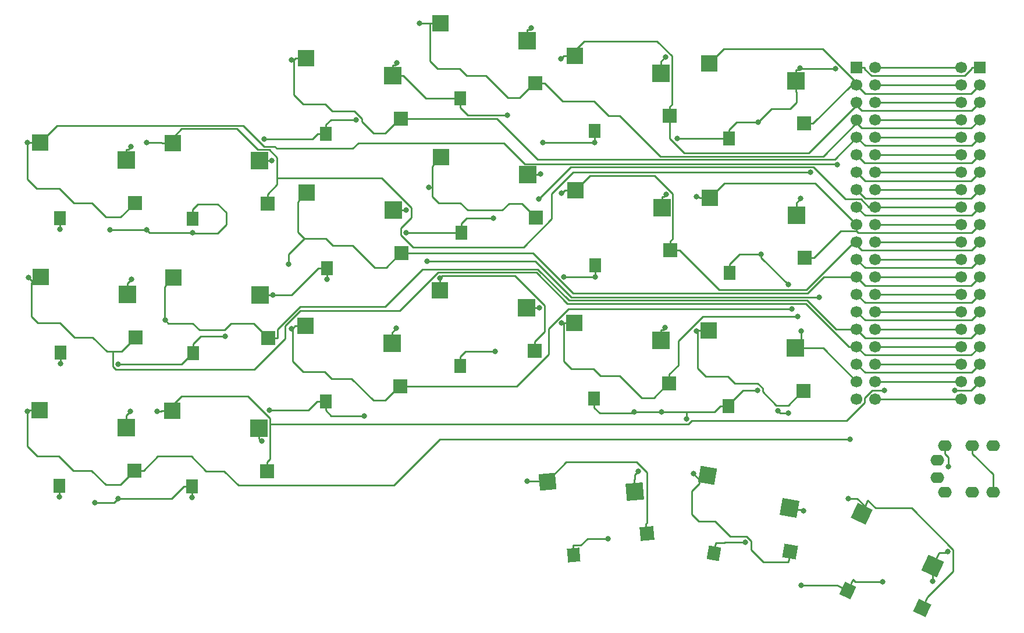
<source format=gtl>
%TF.GenerationSoftware,KiCad,Pcbnew,7.0.6*%
%TF.CreationDate,2023-08-11T19:56:51+07:00*%
%TF.ProjectId,keyboard_pcb,6b657962-6f61-4726-945f-7063622e6b69,rev1.0*%
%TF.SameCoordinates,Original*%
%TF.FileFunction,Copper,L1,Top*%
%TF.FilePolarity,Positive*%
%FSLAX46Y46*%
G04 Gerber Fmt 4.6, Leading zero omitted, Abs format (unit mm)*
G04 Created by KiCad (PCBNEW 7.0.6) date 2023-08-11 19:56:51*
%MOMM*%
%LPD*%
G01*
G04 APERTURE LIST*
G04 Aperture macros list*
%AMRotRect*
0 Rectangle, with rotation*
0 The origin of the aperture is its center*
0 $1 length*
0 $2 width*
0 $3 Rotation angle, in degrees counterclockwise*
0 Add horizontal line*
21,1,$1,$2,0,0,$3*%
G04 Aperture macros list end*
%TA.AperFunction,SMDPad,CuDef*%
%ADD10R,2.500000X2.500000*%
%TD*%
%TA.AperFunction,SMDPad,CuDef*%
%ADD11R,1.800000X2.000000*%
%TD*%
%TA.AperFunction,SMDPad,CuDef*%
%ADD12R,2.000000X2.000000*%
%TD*%
%TA.AperFunction,SMDPad,CuDef*%
%ADD13R,2.400000X2.400000*%
%TD*%
%TA.AperFunction,SMDPad,CuDef*%
%ADD14RotRect,2.400000X2.400000X350.000000*%
%TD*%
%TA.AperFunction,SMDPad,CuDef*%
%ADD15RotRect,2.000000X2.000000X350.000000*%
%TD*%
%TA.AperFunction,SMDPad,CuDef*%
%ADD16RotRect,1.800000X2.000000X350.000000*%
%TD*%
%TA.AperFunction,SMDPad,CuDef*%
%ADD17RotRect,2.500000X2.500000X350.000000*%
%TD*%
%TA.AperFunction,SMDPad,CuDef*%
%ADD18RotRect,2.400000X2.400000X335.000000*%
%TD*%
%TA.AperFunction,SMDPad,CuDef*%
%ADD19RotRect,2.000000X2.000000X335.000000*%
%TD*%
%TA.AperFunction,SMDPad,CuDef*%
%ADD20RotRect,1.800000X2.000000X335.000000*%
%TD*%
%TA.AperFunction,SMDPad,CuDef*%
%ADD21RotRect,2.500000X2.500000X335.000000*%
%TD*%
%TA.AperFunction,SMDPad,CuDef*%
%ADD22RotRect,2.400000X2.400000X5.000000*%
%TD*%
%TA.AperFunction,SMDPad,CuDef*%
%ADD23RotRect,2.000000X2.000000X5.000000*%
%TD*%
%TA.AperFunction,SMDPad,CuDef*%
%ADD24RotRect,1.800000X2.000000X5.000000*%
%TD*%
%TA.AperFunction,SMDPad,CuDef*%
%ADD25RotRect,2.500000X2.500000X5.000000*%
%TD*%
%TA.AperFunction,ComponentPad*%
%ADD26O,2.000000X1.600000*%
%TD*%
%TA.AperFunction,ComponentPad*%
%ADD27C,1.700000*%
%TD*%
%TA.AperFunction,ComponentPad*%
%ADD28R,1.700000X1.700000*%
%TD*%
%TA.AperFunction,ViaPad*%
%ADD29C,0.800000*%
%TD*%
%TA.AperFunction,Conductor*%
%ADD30C,0.250000*%
%TD*%
G04 APERTURE END LIST*
D10*
%TO.P,K03,2*%
%TO.N,GND*%
X157776000Y-43433999D03*
D11*
X148076000Y-51874000D03*
D12*
%TO.P,K03,1*%
%TO.N,/k03*%
X158976000Y-49674000D03*
D13*
X145176000Y-40894000D03*
%TD*%
D14*
%TO.P,K31,1*%
%TO.N,/k31*%
X184018729Y-106757382D03*
D15*
X196084445Y-117800339D03*
D16*
%TO.P,K31,2*%
%TO.N,GND*%
X184968014Y-118074151D03*
D17*
X195986240Y-111446760D03*
%TD*%
D18*
%TO.P,K32,1*%
%TO.N,/k32*%
X206482046Y-112267132D03*
D19*
X215278506Y-126056647D03*
D20*
%TO.P,K32,2*%
%TO.N,GND*%
X204469990Y-123443985D03*
D21*
X216828075Y-119894143D03*
%TD*%
D22*
%TO.P,K30,1*%
%TO.N,/k30*%
X160725339Y-107652619D03*
D23*
X175238053Y-115196459D03*
D24*
%TO.P,K30,2*%
%TO.N,GND*%
X164571274Y-118338085D03*
D25*
X173498768Y-109084790D03*
%TD*%
D10*
%TO.P,K25,2*%
%TO.N,GND*%
X196830000Y-88203999D03*
D11*
X187130000Y-96644000D03*
D12*
%TO.P,K25,1*%
%TO.N,/k25*%
X198030000Y-94444000D03*
D13*
X184230000Y-85664000D03*
%TD*%
D10*
%TO.P,K24,2*%
%TO.N,GND*%
X177254000Y-87103999D03*
D11*
X167554000Y-95544000D03*
D12*
%TO.P,K24,1*%
%TO.N,/k24*%
X178454000Y-93344000D03*
D13*
X164654000Y-84564000D03*
%TD*%
D10*
%TO.P,K23,2*%
%TO.N,GND*%
X157730000Y-82357999D03*
D11*
X148030000Y-90798000D03*
D12*
%TO.P,K23,1*%
%TO.N,/k23*%
X158930000Y-88598000D03*
D13*
X145130000Y-79818000D03*
%TD*%
D10*
%TO.P,K22,2*%
%TO.N,GND*%
X138166000Y-87513999D03*
D11*
X128466000Y-95954000D03*
D12*
%TO.P,K22,1*%
%TO.N,/k22*%
X139366000Y-93754000D03*
D13*
X125566000Y-84974000D03*
%TD*%
D10*
%TO.P,K21,2*%
%TO.N,GND*%
X118767000Y-99849999D03*
D11*
X109067000Y-108290000D03*
D12*
%TO.P,K21,1*%
%TO.N,/k21*%
X119967000Y-106090000D03*
D13*
X106167000Y-97310000D03*
%TD*%
D10*
%TO.P,K20,2*%
%TO.N,GND*%
X99457000Y-99773999D03*
D11*
X89757000Y-108214000D03*
D12*
%TO.P,K20,1*%
%TO.N,/k20*%
X100657000Y-106014000D03*
D13*
X86857000Y-97234000D03*
%TD*%
%TO.P,K15,1*%
%TO.N,/k15*%
X184404000Y-66294000D03*
D12*
X198204000Y-75074000D03*
D11*
%TO.P,K15,2*%
%TO.N,GND*%
X187304000Y-77274000D03*
D10*
X197004000Y-68833999D03*
%TD*%
D13*
%TO.P,K14,1*%
%TO.N,/k14*%
X164828000Y-65194000D03*
D12*
X178628000Y-73974000D03*
D11*
%TO.P,K14,2*%
%TO.N,GND*%
X167728000Y-76174000D03*
D10*
X177428000Y-67733999D03*
%TD*%
D13*
%TO.P,K13,1*%
%TO.N,/k13*%
X145304000Y-60448000D03*
D12*
X159104000Y-69228000D03*
D11*
%TO.P,K13,2*%
%TO.N,GND*%
X148204000Y-71428000D03*
D10*
X157904000Y-62987999D03*
%TD*%
D13*
%TO.P,K12,1*%
%TO.N,/k12*%
X125740000Y-65604000D03*
D12*
X139540000Y-74384000D03*
D11*
%TO.P,K12,2*%
%TO.N,GND*%
X128640000Y-76584000D03*
D10*
X138340000Y-68143999D03*
%TD*%
D13*
%TO.P,K11,1*%
%TO.N,/k11*%
X106341000Y-77940000D03*
D12*
X120141000Y-86720000D03*
D11*
%TO.P,K11,2*%
%TO.N,GND*%
X109241000Y-88920000D03*
D10*
X118941000Y-80479999D03*
%TD*%
D13*
%TO.P,K10,1*%
%TO.N,/k10*%
X87031000Y-77864000D03*
D12*
X100831000Y-86644000D03*
D11*
%TO.P,K10,2*%
%TO.N,GND*%
X89931000Y-88844000D03*
D10*
X99631000Y-80403999D03*
%TD*%
%TO.P,K05,2*%
%TO.N,GND*%
X196876000Y-49279999D03*
D11*
X187176000Y-57720000D03*
D12*
%TO.P,K05,1*%
%TO.N,/k05*%
X198076000Y-55520000D03*
D13*
X184276000Y-46740000D03*
%TD*%
D10*
%TO.P,K04,2*%
%TO.N,GND*%
X177300000Y-48179999D03*
D11*
X167600000Y-56620000D03*
D12*
%TO.P,K04,1*%
%TO.N,/k04*%
X178500000Y-54420000D03*
D13*
X164700000Y-45640000D03*
%TD*%
D10*
%TO.P,K02,2*%
%TO.N,GND*%
X138212000Y-48589999D03*
D11*
X128512000Y-57030000D03*
D12*
%TO.P,K02,1*%
%TO.N,/k02*%
X139412000Y-54830000D03*
D13*
X125612000Y-46050000D03*
%TD*%
D10*
%TO.P,K01,2*%
%TO.N,GND*%
X118813000Y-60925999D03*
D11*
X109113000Y-69366000D03*
D12*
%TO.P,K01,1*%
%TO.N,/k01*%
X120013000Y-67166000D03*
D13*
X106213000Y-58386000D03*
%TD*%
D10*
%TO.P,K00,2*%
%TO.N,GND*%
X99503000Y-60849999D03*
D11*
X89803000Y-69290000D03*
D12*
%TO.P,K00,1*%
%TO.N,/k00*%
X100703000Y-67090000D03*
D13*
X86903000Y-58310000D03*
%TD*%
D26*
%TO.P,J1,4,RING2*%
%TO.N,/TX*%
X225580000Y-102444000D03*
X222580000Y-109144000D03*
%TO.P,J1,3,RING1*%
%TO.N,/RX*%
X222580000Y-102444000D03*
X225580000Y-109144000D03*
%TO.P,J1,2,TIP*%
%TO.N,GND*%
X218580000Y-102444000D03*
X218580000Y-109144000D03*
%TO.P,J1,1,SLEEVE*%
%TO.N,+3V3*%
X217480000Y-107044000D03*
X217480000Y-104544000D03*
%TD*%
D27*
%TO.P,U1,40,5V*%
%TO.N,unconnected-(U1-5V-Pad40)*%
X221000000Y-47380000D03*
X208420000Y-47360000D03*
%TO.P,U1,39,GND*%
%TO.N,GND*%
X221000000Y-49920000D03*
X208420000Y-49900000D03*
%TO.P,U1,38,3V3*%
%TO.N,+3V3*%
X221000000Y-52460000D03*
X208420000Y-52440000D03*
%TO.P,U1,37,PB10*%
%TO.N,/k01*%
X208420000Y-54980000D03*
X221000000Y-55000000D03*
%TO.P,U1,36,PB2*%
%TO.N,unconnected-(U1-PB2-Pad36)*%
X221000000Y-57540000D03*
X208420000Y-57520000D03*
%TO.P,U1,35,PB1*%
%TO.N,/k00*%
X208420000Y-60060000D03*
X221000000Y-60080000D03*
%TO.P,U1,34,PB0*%
%TO.N,/k25*%
X208420000Y-62600000D03*
X221000000Y-62620000D03*
%TO.P,U1,33,PA7*%
%TO.N,/k24*%
X221000000Y-65160000D03*
X208420000Y-65140000D03*
%TO.P,U1,32,PA6*%
%TO.N,/k23*%
X221000000Y-67700000D03*
X208420000Y-67680000D03*
%TO.P,U1,31,PA5*%
%TO.N,/k22*%
X208420000Y-70220000D03*
X221000000Y-70240000D03*
%TO.P,U1,30,PA4*%
%TO.N,/k21*%
X221000000Y-72780000D03*
X208420000Y-72760000D03*
%TO.P,U1,29,PA3*%
%TO.N,/k20*%
X221000000Y-75320000D03*
X208420000Y-75300000D03*
%TO.P,U1,28,PA2*%
%TO.N,/k30*%
X208420000Y-77840000D03*
X221000000Y-77860000D03*
%TO.P,U1,27,PA1*%
%TO.N,/k31*%
X208420000Y-80380000D03*
X221000000Y-80400000D03*
%TO.P,U1,26,PA0*%
%TO.N,/k32*%
X208420000Y-82920000D03*
X221000000Y-82940000D03*
%TO.P,U1,25,RES*%
%TO.N,unconnected-(U1-RES-Pad25)*%
X208420000Y-85460000D03*
X221000000Y-85480000D03*
%TO.P,U1,24,PC15*%
%TO.N,unconnected-(U1-PC15-Pad24)*%
X208420000Y-88000000D03*
X221000000Y-88020000D03*
%TO.P,U1,23,PC14*%
%TO.N,unconnected-(U1-PC14-Pad23)*%
X221000000Y-90560000D03*
X208420000Y-90540000D03*
%TO.P,U1,22,PC13*%
%TO.N,unconnected-(U1-PC13-Pad22)*%
X221000000Y-93100000D03*
X208420000Y-93080000D03*
%TO.P,U1,21,VBat*%
%TO.N,unconnected-(U1-VBat-Pad21)*%
X208420000Y-95620000D03*
X221000000Y-95640000D03*
%TO.P,U1,20,3V3*%
%TO.N,+3V3*%
X205760000Y-95640000D03*
X223660000Y-95620000D03*
%TO.P,U1,19,GND*%
%TO.N,GND*%
X205760000Y-93100000D03*
X223660000Y-93080000D03*
%TO.P,U1,18,5V*%
%TO.N,unconnected-(U1-5V-Pad18)*%
X223660000Y-90540000D03*
X205760000Y-90560000D03*
%TO.P,U1,17,PB9*%
%TO.N,/k10*%
X205760000Y-88020000D03*
X223660000Y-88000000D03*
%TO.P,U1,16,PB8*%
%TO.N,/k11*%
X205760000Y-85480000D03*
X223660000Y-85460000D03*
%TO.P,U1,15,PB7*%
%TO.N,/RX*%
X223660000Y-82920000D03*
X205760000Y-82940000D03*
%TO.P,U1,14,PB6*%
%TO.N,/TX*%
X223660000Y-80380000D03*
X205760000Y-80400000D03*
%TO.P,U1,13,PB5*%
%TO.N,/k12*%
X205760000Y-77860000D03*
X223660000Y-77840000D03*
%TO.P,U1,12,PB4*%
%TO.N,/k13*%
X223660000Y-75300000D03*
X205760000Y-75320000D03*
%TO.P,U1,11,PB3*%
%TO.N,/k14*%
X223660000Y-72760000D03*
X205760000Y-72780000D03*
%TO.P,U1,10,PA15*%
%TO.N,/k15*%
X205760000Y-70240000D03*
X223660000Y-70220000D03*
%TO.P,U1,9,PA12*%
%TO.N,unconnected-(U1-PA12-Pad9)*%
X223660000Y-67680000D03*
X205760000Y-67700000D03*
%TO.P,U1,8,PA11*%
%TO.N,unconnected-(U1-PA11-Pad8)*%
X205760000Y-65160000D03*
X223660000Y-65140000D03*
%TO.P,U1,7,PA10*%
%TO.N,unconnected-(U1-PA10-Pad7)*%
X205760000Y-62620000D03*
X223660000Y-62600000D03*
%TO.P,U1,6,PA9*%
%TO.N,unconnected-(U1-PA9-Pad6)*%
X205760000Y-60080000D03*
X223660000Y-60060000D03*
%TO.P,U1,5,PA8*%
%TO.N,/k02*%
X223660000Y-57520000D03*
X205760000Y-57540000D03*
%TO.P,U1,4,PB15*%
%TO.N,/k03*%
X205760000Y-55000000D03*
X223660000Y-54980000D03*
%TO.P,U1,3,PB14*%
%TO.N,/k04*%
X223660000Y-52440000D03*
X205760000Y-52460000D03*
%TO.P,U1,2,PB13*%
%TO.N,/k05*%
X205760000Y-49920000D03*
X223660000Y-49900000D03*
D28*
%TO.P,U1,1,PB12*%
%TO.N,unconnected-(U1-PB12-Pad1)*%
X223660000Y-47360000D03*
X205760000Y-47380000D03*
%TD*%
D29*
%TO.N,/k32*%
X204512000Y-110086000D03*
%TO.N,/k31*%
X181988000Y-106494000D03*
%TO.N,/k30*%
X157760000Y-107598000D03*
%TO.N,/k25*%
X182419000Y-85760300D03*
%TO.N,/k24*%
X162826000Y-84564000D03*
X197157000Y-83587100D03*
%TO.N,/k23*%
X145092000Y-78005100D03*
X159484000Y-66529300D03*
%TO.N,/k22*%
X123476000Y-85364100D03*
X196292000Y-82485600D03*
%TO.N,/k21*%
X103923000Y-97422100D03*
X209783000Y-94350000D03*
%TO.N,/k20*%
X85039800Y-97384100D03*
X204800000Y-101494000D03*
%TO.N,/k15*%
X182455000Y-66207300D03*
%TO.N,/k14*%
X162813000Y-65657300D03*
%TO.N,/k13*%
X143512000Y-64842800D03*
X200275000Y-80805200D03*
X143261000Y-75559900D03*
%TO.N,/k12*%
X123088000Y-75997400D03*
%TO.N,/k11*%
X105125000Y-84155500D03*
%TO.N,/k10*%
X85210100Y-77965700D03*
%TO.N,/k04*%
X162749000Y-46063600D03*
%TO.N,/k03*%
X142114000Y-40894000D03*
%TO.N,/k02*%
X123499000Y-46268600D03*
%TO.N,/k01*%
X102399000Y-58260100D03*
X199062000Y-62623100D03*
%TO.N,/k00*%
X85084200Y-58310000D03*
X202901000Y-61480900D03*
%TO.N,GND*%
X220054000Y-94319000D03*
X219121000Y-105481000D03*
X100252000Y-78164700D03*
X89931000Y-90471600D03*
X120798000Y-80480000D03*
X113877000Y-86502800D03*
X140193000Y-68144000D03*
X159786000Y-62896300D03*
X152890000Y-69305200D03*
X178034000Y-65844700D03*
X167728000Y-77814900D03*
X197631000Y-66438700D03*
X191850000Y-74578400D03*
X174000000Y-106142000D03*
X169601000Y-115922000D03*
X219026000Y-117841000D03*
X209541000Y-122204000D03*
X198044000Y-111846000D03*
X189527000Y-116484000D03*
X89803000Y-70904500D03*
X97102700Y-70989600D03*
X100135000Y-58920700D03*
X102427000Y-70989600D03*
X109113000Y-71419900D03*
X128640000Y-78192000D03*
X120671000Y-60926000D03*
X119489000Y-57782700D03*
X132876000Y-54951700D03*
X138853000Y-46709000D03*
X167600000Y-58258500D03*
X160065000Y-58258500D03*
X177910000Y-45813700D03*
X179603000Y-57720000D03*
X191420000Y-55314300D03*
X197486000Y-47424400D03*
X89757000Y-109823000D03*
X94858000Y-110676000D03*
X100065000Y-97384100D03*
X98257000Y-90583500D03*
X109067000Y-109898000D03*
X98247400Y-110085000D03*
X119173000Y-101761000D03*
X134092000Y-98048100D03*
X120255000Y-97233200D03*
X138785000Y-85319100D03*
X140193000Y-71456000D03*
X153144000Y-88670600D03*
X159594000Y-82358000D03*
X173419000Y-97513600D03*
X177895000Y-85240600D03*
X163119000Y-77814900D03*
X191351000Y-94363200D03*
X197690000Y-85739400D03*
X195803000Y-78989200D03*
X154953000Y-54323800D03*
X158396000Y-41575200D03*
X216828000Y-122167000D03*
X202676000Y-47543800D03*
X177366000Y-97513600D03*
X180984000Y-98518700D03*
X197703000Y-122721000D03*
X195780000Y-97640300D03*
X194303000Y-97325700D03*
%TD*%
D30*
%TO.N,unconnected-(U1-5V-Pad40)*%
X220980000Y-47360000D02*
X221000000Y-47380000D01*
X208420000Y-47360000D02*
X220980000Y-47360000D01*
%TO.N,unconnected-(U1-PB2-Pad36)*%
X220980000Y-57520000D02*
X221000000Y-57540000D01*
X208420000Y-57520000D02*
X220980000Y-57520000D01*
%TO.N,unconnected-(U1-RES-Pad25)*%
X208440000Y-85480000D02*
X208420000Y-85460000D01*
X221000000Y-85480000D02*
X208440000Y-85480000D01*
%TO.N,unconnected-(U1-PC15-Pad24)*%
X208440000Y-88020000D02*
X208420000Y-88000000D01*
X221000000Y-88020000D02*
X208440000Y-88020000D01*
%TO.N,unconnected-(U1-PC14-Pad23)*%
X220980000Y-90540000D02*
X221000000Y-90560000D01*
X208420000Y-90540000D02*
X220980000Y-90540000D01*
%TO.N,unconnected-(U1-PC13-Pad22)*%
X220980000Y-93080000D02*
X221000000Y-93100000D01*
X208420000Y-93080000D02*
X220980000Y-93080000D01*
%TO.N,unconnected-(U1-VBat-Pad21)*%
X208440000Y-95640000D02*
X208420000Y-95620000D01*
X221000000Y-95640000D02*
X208440000Y-95640000D01*
%TO.N,unconnected-(U1-5V-Pad18)*%
X222449400Y-91750600D02*
X223660000Y-90540000D01*
X206950600Y-91750600D02*
X222449400Y-91750600D01*
X205760000Y-90560000D02*
X206950600Y-91750600D01*
%TO.N,unconnected-(U1-PA12-Pad9)*%
X222449000Y-68890600D02*
X223660000Y-67680000D01*
X206951000Y-68890600D02*
X222449000Y-68890600D01*
X205760000Y-67700000D02*
X206951000Y-68890600D01*
%TO.N,unconnected-(U1-PA11-Pad8)*%
X207010000Y-66410000D02*
X205760000Y-65160000D01*
X222390000Y-66410000D02*
X207010000Y-66410000D01*
X223660000Y-65140000D02*
X222390000Y-66410000D01*
%TO.N,unconnected-(U1-PA10-Pad7)*%
X207010000Y-63870000D02*
X205760000Y-62620000D01*
X222390000Y-63870000D02*
X207010000Y-63870000D01*
X223660000Y-62600000D02*
X222390000Y-63870000D01*
%TO.N,unconnected-(U1-PA9-Pad6)*%
X222456000Y-61264000D02*
X223660000Y-60060000D01*
X206944000Y-61264000D02*
X222456000Y-61264000D01*
X205760000Y-60080000D02*
X206944000Y-61264000D01*
%TO.N,unconnected-(U1-PB12-Pad1)*%
X206937000Y-47380000D02*
X205760000Y-47380000D01*
X206937000Y-47600700D02*
X206937000Y-47380000D01*
X207907000Y-48570600D02*
X206937000Y-47600700D01*
X221493000Y-48570600D02*
X207907000Y-48570600D01*
X222483000Y-47580700D02*
X221493000Y-48570600D01*
X222483000Y-47360000D02*
X222483000Y-47580700D01*
X223660000Y-47360000D02*
X222483000Y-47360000D01*
%TO.N,/k32*%
X208440000Y-82940000D02*
X208420000Y-82920000D01*
X221000000Y-82940000D02*
X208440000Y-82940000D01*
X205821000Y-110086000D02*
X206966000Y-111230000D01*
X204512000Y-110086000D02*
X205821000Y-110086000D01*
X206482000Y-112267000D02*
X206966000Y-111230000D01*
X206482000Y-112267000D02*
X206482000Y-112267100D01*
X215278300Y-126056600D02*
X215278200Y-126056500D01*
X215278500Y-126056600D02*
X215278300Y-126056600D01*
X216043000Y-124416000D02*
X215278200Y-126056500D01*
X219782000Y-120678000D02*
X216043000Y-124416000D01*
X219782000Y-117522000D02*
X219782000Y-120678000D01*
X213758000Y-111498000D02*
X219782000Y-117522000D01*
X208481000Y-111498000D02*
X213758000Y-111498000D01*
X207362000Y-110380000D02*
X208481000Y-111498000D01*
X206966000Y-111230000D02*
X207362000Y-110380000D01*
X215278200Y-126056500D02*
X215278000Y-126057000D01*
%TO.N,/k31*%
X208440000Y-80400000D02*
X208420000Y-80380000D01*
X221000000Y-80400000D02*
X208440000Y-80400000D01*
X182899000Y-107404000D02*
X181988000Y-106494000D01*
X196084100Y-117800300D02*
X196084000Y-117800200D01*
X196084400Y-117800300D02*
X196084100Y-117800300D01*
X196084000Y-117800000D02*
X196084000Y-117800200D01*
X182899000Y-107878000D02*
X182899000Y-107404000D01*
X181778000Y-108998000D02*
X182899000Y-107878000D01*
X181778000Y-112412000D02*
X181778000Y-108998000D01*
X182751000Y-113385000D02*
X181778000Y-112412000D01*
X185110000Y-113385000D02*
X182751000Y-113385000D01*
X187306000Y-115582000D02*
X185110000Y-113385000D01*
X189706000Y-115582000D02*
X187306000Y-115582000D01*
X190382000Y-116257000D02*
X189706000Y-115582000D01*
X190382000Y-117550000D02*
X190382000Y-116257000D01*
X192178000Y-119347000D02*
X190382000Y-117550000D01*
X194538000Y-119347000D02*
X192178000Y-119347000D01*
X194547000Y-119338000D02*
X194538000Y-119347000D01*
X195813000Y-119338000D02*
X194547000Y-119338000D01*
X196084000Y-117800200D02*
X195813000Y-119338000D01*
X184018700Y-106757400D02*
X184018700Y-106757300D01*
X183372000Y-107404000D02*
X184018700Y-106757300D01*
X182899000Y-107404000D02*
X183372000Y-107404000D01*
X184018700Y-106757300D02*
X184019000Y-106757000D01*
%TO.N,/k30*%
X208440000Y-77860000D02*
X208420000Y-77840000D01*
X221000000Y-77860000D02*
X208440000Y-77860000D01*
X160725000Y-107598000D02*
X157760000Y-107598000D01*
X175112000Y-113759000D02*
X175238000Y-115196000D01*
X175238000Y-113633000D02*
X175112000Y-113759000D01*
X175238000Y-106271000D02*
X175238000Y-113633000D01*
X173758000Y-104791000D02*
X175238000Y-106271000D01*
X163478000Y-104791000D02*
X173758000Y-104791000D01*
X160725000Y-107544000D02*
X163478000Y-104791000D01*
X160725000Y-107598000D02*
X160725000Y-107544000D01*
X160725000Y-107598000D02*
X160725000Y-107625500D01*
X160725000Y-107625500D02*
X160725000Y-107653000D01*
X160725300Y-107625800D02*
X160725300Y-107652600D01*
X160725000Y-107625500D02*
X160725300Y-107625800D01*
X175238000Y-115196400D02*
X175238000Y-115196000D01*
X175238100Y-115196500D02*
X175238000Y-115196400D01*
%TO.N,/k25*%
X208440000Y-62620000D02*
X208420000Y-62600000D01*
X221000000Y-62620000D02*
X208440000Y-62620000D01*
X182607000Y-91103100D02*
X182607000Y-85760300D01*
X183823000Y-92319100D02*
X182607000Y-91103100D01*
X187027000Y-92319100D02*
X183823000Y-92319100D01*
X188029000Y-93321000D02*
X187027000Y-92319100D01*
X191336000Y-93321000D02*
X188029000Y-93321000D01*
X192078000Y-94062100D02*
X191336000Y-93321000D01*
X192078000Y-94528600D02*
X192078000Y-94062100D01*
X194070000Y-96520900D02*
X192078000Y-94528600D01*
X195790000Y-96520900D02*
X194070000Y-96520900D01*
X197867000Y-94444100D02*
X195790000Y-96520900D01*
X197867000Y-94444000D02*
X197867000Y-94444100D01*
X198030000Y-94444000D02*
X197867000Y-94444000D01*
X182703000Y-85664000D02*
X182607000Y-85760300D01*
X184230000Y-85664000D02*
X182703000Y-85664000D01*
X182607000Y-85760300D02*
X182419000Y-85760300D01*
%TO.N,/k24*%
X220980000Y-65140000D02*
X221000000Y-65160000D01*
X208420000Y-65140000D02*
X220980000Y-65140000D01*
X163127000Y-84564000D02*
X162826000Y-84564000D01*
X163127000Y-90096200D02*
X163127000Y-84564000D01*
X164250000Y-91219100D02*
X163127000Y-90096200D01*
X167451000Y-91219100D02*
X164250000Y-91219100D01*
X168453000Y-92220900D02*
X167451000Y-91219100D01*
X171294000Y-92220900D02*
X168453000Y-92220900D01*
X171294000Y-92221000D02*
X171294000Y-92220900D01*
X174494000Y-95420900D02*
X171294000Y-92221000D01*
X176214000Y-95420900D02*
X174494000Y-95420900D01*
X178291000Y-93344100D02*
X176214000Y-95420900D01*
X178291000Y-93344000D02*
X178291000Y-93344100D01*
X178454000Y-93344000D02*
X178291000Y-93344000D01*
X164654000Y-84564000D02*
X163127000Y-84564000D01*
X183394000Y-83587100D02*
X197157000Y-83587100D01*
X179781000Y-87199800D02*
X183394000Y-83587100D01*
X179781000Y-90690200D02*
X179781000Y-87199800D01*
X178454000Y-92017100D02*
X179781000Y-90690200D01*
X178454000Y-93344000D02*
X178454000Y-92017100D01*
%TO.N,/k23*%
X220980000Y-67680000D02*
X221000000Y-67700000D01*
X208420000Y-67680000D02*
X220980000Y-67680000D01*
X145130000Y-78042600D02*
X145092000Y-78005100D01*
X145130000Y-79818000D02*
X145130000Y-78042600D01*
X158930000Y-87271100D02*
X158930000Y-88598000D01*
X160358000Y-85842800D02*
X158930000Y-87271100D01*
X160358000Y-82017900D02*
X160358000Y-85842800D01*
X156005000Y-77664300D02*
X160358000Y-82017900D01*
X145433000Y-77664300D02*
X156005000Y-77664300D01*
X145092000Y-78005100D02*
X145433000Y-77664300D01*
X207523000Y-67680000D02*
X208420000Y-67680000D01*
X206366000Y-66523100D02*
X207523000Y-67680000D01*
X204070000Y-66523100D02*
X206366000Y-66523100D01*
X199426000Y-61878800D02*
X204070000Y-66523100D01*
X164135000Y-61878800D02*
X199426000Y-61878800D01*
X159484000Y-66529300D02*
X164135000Y-61878800D01*
%TO.N,/k22*%
X208440000Y-70240000D02*
X208420000Y-70220000D01*
X221000000Y-70240000D02*
X208440000Y-70240000D01*
X139203000Y-93754000D02*
X139366000Y-93754000D01*
X139203000Y-93754100D02*
X139203000Y-93754000D01*
X137126000Y-95830900D02*
X139203000Y-93754100D01*
X135406000Y-95830900D02*
X137126000Y-95830900D01*
X132206000Y-92631000D02*
X135406000Y-95830900D01*
X132206000Y-92630900D02*
X132206000Y-92631000D01*
X129365000Y-92630900D02*
X132206000Y-92630900D01*
X128363000Y-91629100D02*
X129365000Y-92630900D01*
X125161000Y-91629100D02*
X128363000Y-91629100D01*
X123649000Y-90117400D02*
X125161000Y-91629100D01*
X123649000Y-85364100D02*
X123649000Y-90117400D01*
X163804000Y-82485600D02*
X196292000Y-82485600D01*
X160898000Y-85392200D02*
X163804000Y-82485600D01*
X160898000Y-89132100D02*
X160898000Y-85392200D01*
X156276000Y-93754000D02*
X160898000Y-89132100D01*
X139366000Y-93754000D02*
X156276000Y-93754000D01*
X123476000Y-85364100D02*
X123649000Y-85364100D01*
X124039000Y-84974000D02*
X125566000Y-84974000D01*
X123649000Y-85364100D02*
X124039000Y-84974000D01*
%TO.N,/k21*%
X220980000Y-72760000D02*
X221000000Y-72780000D01*
X208420000Y-72760000D02*
X220980000Y-72760000D01*
X104640000Y-97310000D02*
X105404000Y-97310000D01*
X104528000Y-97422100D02*
X104640000Y-97310000D01*
X103923000Y-97422100D02*
X104528000Y-97422100D01*
X208024000Y-94350000D02*
X209783000Y-94350000D01*
X206937000Y-95437000D02*
X208024000Y-94350000D01*
X206937000Y-96139200D02*
X206937000Y-95437000D01*
X204301000Y-98775300D02*
X206937000Y-96139200D01*
X181756000Y-98775300D02*
X204301000Y-98775300D01*
X181756000Y-98775400D02*
X181756000Y-98775300D01*
X181286000Y-99245600D02*
X181756000Y-98775400D01*
X120346000Y-99245600D02*
X181286000Y-99245600D01*
X120346000Y-98418200D02*
X120346000Y-99245600D01*
X117154000Y-95225200D02*
X120346000Y-98418200D01*
X107488000Y-95225200D02*
X117154000Y-95225200D01*
X105404000Y-97310000D02*
X107488000Y-95225200D01*
X119967000Y-104763000D02*
X119967000Y-106090000D01*
X120346000Y-104384000D02*
X119967000Y-104763000D01*
X120346000Y-99245600D02*
X120346000Y-104384000D01*
X106167000Y-97310000D02*
X105404000Y-97310000D01*
%TO.N,/k20*%
X220980000Y-75300000D02*
X221000000Y-75320000D01*
X208420000Y-75300000D02*
X220980000Y-75300000D01*
X85330100Y-97234000D02*
X86857000Y-97234000D01*
X85180000Y-97384100D02*
X85330100Y-97234000D01*
X85039800Y-97384100D02*
X85180000Y-97384100D01*
X98576600Y-108094000D02*
X100657000Y-106014000D01*
X96471000Y-108094000D02*
X98576600Y-108094000D01*
X94395200Y-106019000D02*
X96471000Y-108094000D01*
X91783400Y-106019000D02*
X94395200Y-106019000D01*
X89653900Y-103889000D02*
X91783400Y-106019000D01*
X86472200Y-103889000D02*
X89653900Y-103889000D01*
X85039800Y-102457000D02*
X86472200Y-103889000D01*
X85039800Y-97384100D02*
X85039800Y-102457000D01*
X101984000Y-106014000D02*
X100657000Y-106014000D01*
X104033000Y-103965000D02*
X101984000Y-106014000D01*
X108964000Y-103965000D02*
X104033000Y-103965000D01*
X111093000Y-106095000D02*
X108964000Y-103965000D01*
X113705000Y-106095000D02*
X111093000Y-106095000D01*
X115781000Y-108170000D02*
X113705000Y-106095000D01*
X138434000Y-108170000D02*
X115781000Y-108170000D01*
X145110000Y-101494000D02*
X138434000Y-108170000D01*
X204800000Y-101494000D02*
X145110000Y-101494000D01*
%TO.N,/k15*%
X205760000Y-71190100D02*
X205760000Y-70240000D01*
X222448000Y-71432100D02*
X223660000Y-70220000D01*
X206002000Y-71432100D02*
X222448000Y-71432100D01*
X205760000Y-71190100D02*
X206002000Y-71432100D01*
X203415000Y-71190100D02*
X205760000Y-71190100D01*
X199531000Y-75074000D02*
X203415000Y-71190100D01*
X198204000Y-75074000D02*
X199531000Y-75074000D01*
X199737000Y-64217100D02*
X205760000Y-70240000D01*
X186481000Y-64217100D02*
X199737000Y-64217100D01*
X184404000Y-66294000D02*
X186481000Y-64217100D01*
X182790000Y-66207300D02*
X182455000Y-66207300D01*
X182877000Y-66294000D02*
X182790000Y-66207300D01*
X184404000Y-66294000D02*
X182877000Y-66294000D01*
%TO.N,/k14*%
X205760000Y-73218900D02*
X205760000Y-72780000D01*
X206512000Y-73970600D02*
X205760000Y-73218900D01*
X222449000Y-73970600D02*
X206512000Y-73970600D01*
X223660000Y-72760000D02*
X222449000Y-73970600D01*
X178628000Y-72647100D02*
X178628000Y-73974000D01*
X179005000Y-72270200D02*
X178628000Y-72647100D01*
X179005000Y-65739700D02*
X179005000Y-72270200D01*
X176379000Y-63114100D02*
X179005000Y-65739700D01*
X166908000Y-63114100D02*
X176379000Y-63114100D01*
X164828000Y-65194000D02*
X166908000Y-63114100D01*
X162838000Y-65657300D02*
X162813000Y-65657300D01*
X163301000Y-65194000D02*
X162838000Y-65657300D01*
X164828000Y-65194000D02*
X163301000Y-65194000D01*
X179955000Y-73974000D02*
X178628000Y-73974000D01*
X185727000Y-79746300D02*
X179955000Y-73974000D01*
X198473000Y-79746300D02*
X185727000Y-79746300D01*
X205000000Y-73218900D02*
X198473000Y-79746300D01*
X205760000Y-73218900D02*
X205000000Y-73218900D01*
%TO.N,/k13*%
X206948000Y-76507700D02*
X205760000Y-75320000D01*
X222452000Y-76507700D02*
X206948000Y-76507700D01*
X223660000Y-75300000D02*
X222452000Y-76507700D01*
X143967000Y-64842800D02*
X143512000Y-64842800D01*
X143967000Y-61784600D02*
X145304000Y-60448000D01*
X143967000Y-64842800D02*
X143967000Y-61784600D01*
X143967000Y-66171200D02*
X143967000Y-64842800D01*
X144899000Y-67103100D02*
X143967000Y-66171200D01*
X148101000Y-67103100D02*
X144899000Y-67103100D01*
X149138000Y-68139700D02*
X148101000Y-67103100D01*
X154155000Y-68139700D02*
X149138000Y-68139700D01*
X155144000Y-67151100D02*
X154155000Y-68139700D01*
X157027000Y-67151100D02*
X155144000Y-67151100D01*
X159104000Y-69228000D02*
X157027000Y-67151100D01*
X164266000Y-80805200D02*
X200275000Y-80805200D01*
X159021000Y-75559900D02*
X164266000Y-80805200D01*
X143261000Y-75559900D02*
X159021000Y-75559900D01*
%TO.N,/k12*%
X207010000Y-79110000D02*
X205760000Y-77860000D01*
X222390000Y-79110000D02*
X207010000Y-79110000D01*
X223660000Y-77840000D02*
X222390000Y-79110000D01*
X123088000Y-74506600D02*
X123088000Y-75997400D01*
X125335000Y-72259100D02*
X123088000Y-74506600D01*
X128537000Y-72259100D02*
X125335000Y-72259100D01*
X129539000Y-73260900D02*
X128537000Y-72259100D01*
X132380000Y-73260900D02*
X129539000Y-73260900D01*
X132380000Y-73261000D02*
X132380000Y-73260900D01*
X135580000Y-76460900D02*
X132380000Y-73261000D01*
X137300000Y-76460900D02*
X135580000Y-76460900D01*
X139377000Y-74384100D02*
X137300000Y-76460900D01*
X139377000Y-74384000D02*
X139377000Y-74384100D01*
X139540000Y-74384000D02*
X139377000Y-74384000D01*
X124403000Y-66940600D02*
X125740000Y-65604000D01*
X124403000Y-71327200D02*
X124403000Y-66940600D01*
X125335000Y-72259100D02*
X124403000Y-71327200D01*
X158658000Y-74384000D02*
X139540000Y-74384000D01*
X164511000Y-80237700D02*
X158658000Y-74384000D01*
X198620000Y-80237700D02*
X164511000Y-80237700D01*
X200998000Y-77860000D02*
X198620000Y-80237700D01*
X205760000Y-77860000D02*
X200998000Y-77860000D01*
%TO.N,/k11*%
X105010000Y-84039900D02*
X105125000Y-84155500D01*
X105010000Y-79271400D02*
X105010000Y-84039900D01*
X106341000Y-77940000D02*
X105010000Y-79271400D01*
X207010000Y-86730000D02*
X205760000Y-85480000D01*
X222390000Y-86730000D02*
X207010000Y-86730000D01*
X223660000Y-85460000D02*
X222390000Y-86730000D01*
X118035000Y-84614300D02*
X120141000Y-86720000D01*
X114738000Y-84614300D02*
X118035000Y-84614300D01*
X113755000Y-85596900D02*
X114738000Y-84614300D01*
X110140000Y-85596900D02*
X113755000Y-85596900D01*
X109138000Y-84595100D02*
X110140000Y-85596900D01*
X105565000Y-84595100D02*
X109138000Y-84595100D01*
X105125000Y-84155500D02*
X105565000Y-84595100D01*
X202728000Y-85480000D02*
X205760000Y-85480000D01*
X198505000Y-81257100D02*
X202728000Y-85480000D01*
X163854000Y-81257100D02*
X198505000Y-81257100D01*
X159354000Y-76757100D02*
X163854000Y-81257100D01*
X142596000Y-76757100D02*
X159354000Y-76757100D01*
X137171000Y-82182600D02*
X142596000Y-76757100D01*
X124786000Y-82182600D02*
X137171000Y-82182600D01*
X121468000Y-85500400D02*
X124786000Y-82182600D01*
X121468000Y-86720000D02*
X121468000Y-85500400D01*
X120141000Y-86720000D02*
X121468000Y-86720000D01*
%TO.N,/k10*%
X86346000Y-78549000D02*
X85793400Y-78549000D01*
X87031000Y-77864000D02*
X86346000Y-78549000D01*
X85793400Y-78549000D02*
X85210100Y-77965700D01*
X206959000Y-89219300D02*
X205760000Y-88020000D01*
X222441000Y-89219300D02*
X206959000Y-89219300D01*
X223660000Y-88000000D02*
X222441000Y-89219300D01*
X96645000Y-88724400D02*
X97475000Y-88724400D01*
X94569200Y-86648600D02*
X96645000Y-88724400D01*
X91957400Y-86648600D02*
X94569200Y-86648600D01*
X89827900Y-84519100D02*
X91957400Y-86648600D01*
X86566100Y-84519100D02*
X89827900Y-84519100D01*
X85660900Y-83613900D02*
X86566100Y-84519100D01*
X85660900Y-78681500D02*
X85660900Y-83613900D01*
X85793400Y-78549000D02*
X85660900Y-78681500D01*
X98750600Y-88724400D02*
X100831000Y-86644000D01*
X97475000Y-88724400D02*
X98750600Y-88724400D01*
X204629000Y-88020000D02*
X205760000Y-88020000D01*
X198318000Y-81709000D02*
X204629000Y-88020000D01*
X163667000Y-81709000D02*
X198318000Y-81709000D01*
X159167000Y-77209000D02*
X163667000Y-81709000D01*
X144816000Y-77209000D02*
X159167000Y-77209000D01*
X139232000Y-82793400D02*
X144816000Y-77209000D01*
X124814000Y-82793400D02*
X139232000Y-82793400D01*
X122605000Y-85002000D02*
X124814000Y-82793400D01*
X122605000Y-86809000D02*
X122605000Y-85002000D01*
X118087000Y-91327600D02*
X122605000Y-86809000D01*
X97941800Y-91327600D02*
X118087000Y-91327600D01*
X97475000Y-90860800D02*
X97941800Y-91327600D01*
X97475000Y-88724400D02*
X97475000Y-90860800D01*
%TO.N,/k05*%
X207010000Y-51170000D02*
X205760000Y-49920000D01*
X222390000Y-51170000D02*
X207010000Y-51170000D01*
X223660000Y-49900000D02*
X222390000Y-51170000D01*
X205003000Y-49920000D02*
X205760000Y-49920000D01*
X199403000Y-55520000D02*
X205003000Y-49920000D01*
X198076000Y-55520000D02*
X199403000Y-55520000D01*
X186378000Y-44637800D02*
X184276000Y-46740000D01*
X200798000Y-44637800D02*
X186378000Y-44637800D01*
X205760000Y-49600100D02*
X200798000Y-44637800D01*
X205760000Y-49920000D02*
X205760000Y-49600100D01*
%TO.N,/k04*%
X163173000Y-45640000D02*
X163937000Y-45640000D01*
X162750000Y-46063600D02*
X163173000Y-45640000D01*
X162749000Y-46063600D02*
X162750000Y-46063600D01*
X205760000Y-52898900D02*
X205760000Y-52460000D01*
X206512000Y-53650600D02*
X205760000Y-52898900D01*
X222449000Y-53650600D02*
X206512000Y-53650600D01*
X223660000Y-52440000D02*
X222449000Y-53650600D01*
X166056000Y-43520100D02*
X163937000Y-45640000D01*
X176693000Y-43520100D02*
X166056000Y-43520100D01*
X178877000Y-45703700D02*
X176693000Y-43520100D01*
X178877000Y-52716200D02*
X178877000Y-45703700D01*
X178500000Y-53093100D02*
X178877000Y-52716200D01*
X178500000Y-54420000D02*
X178500000Y-53093100D01*
X178500000Y-57679400D02*
X178500000Y-54420000D01*
X180665000Y-59844300D02*
X178500000Y-57679400D01*
X198815000Y-59844300D02*
X180665000Y-59844300D01*
X205760000Y-52898900D02*
X198815000Y-59844300D01*
X164700000Y-45640000D02*
X163937000Y-45640000D01*
%TO.N,/k03*%
X205760000Y-55438900D02*
X205760000Y-55000000D01*
X206520000Y-56199300D02*
X205760000Y-55438900D01*
X222441000Y-56199300D02*
X206520000Y-56199300D01*
X223660000Y-54980000D02*
X222441000Y-56199300D01*
X145176000Y-40894000D02*
X143649000Y-40894000D01*
X143649000Y-40894000D02*
X142114000Y-40894000D01*
X143649000Y-46453600D02*
X143649000Y-40894000D01*
X144745000Y-47549100D02*
X143649000Y-46453600D01*
X147973000Y-47549100D02*
X144745000Y-47549100D01*
X148975000Y-48550900D02*
X147973000Y-47549100D01*
X151816000Y-48550900D02*
X148975000Y-48550900D01*
X151816000Y-48551000D02*
X151816000Y-48550900D01*
X155016000Y-51750900D02*
X151816000Y-48551000D01*
X156736000Y-51750900D02*
X155016000Y-51750900D01*
X158813000Y-49674100D02*
X156736000Y-51750900D01*
X158813000Y-49674000D02*
X158813000Y-49674100D01*
X158976000Y-49674000D02*
X158813000Y-49674000D01*
X160303000Y-49674000D02*
X158976000Y-49674000D01*
X162924000Y-52295000D02*
X160303000Y-49674000D01*
X167497000Y-52295000D02*
X162924000Y-52295000D01*
X169626000Y-54424600D02*
X167497000Y-52295000D01*
X171277000Y-54424600D02*
X169626000Y-54424600D01*
X177149000Y-60296200D02*
X171277000Y-54424600D01*
X200903000Y-60296200D02*
X177149000Y-60296200D01*
X205760000Y-55438900D02*
X200903000Y-60296200D01*
%TO.N,/k02*%
X206951000Y-58730600D02*
X205760000Y-57540000D01*
X222449000Y-58730600D02*
X206951000Y-58730600D01*
X223660000Y-57520000D02*
X222449000Y-58730600D01*
X123866000Y-51376200D02*
X123866000Y-46268600D01*
X125195000Y-52705100D02*
X123866000Y-51376200D01*
X128409000Y-52705100D02*
X125195000Y-52705100D01*
X129411000Y-53707000D02*
X128409000Y-52705100D01*
X132660000Y-53707000D02*
X129411000Y-53707000D01*
X133763000Y-54810900D02*
X132660000Y-53707000D01*
X133763000Y-55218500D02*
X133763000Y-54810900D01*
X135452000Y-56906900D02*
X133763000Y-55218500D01*
X137172000Y-56906900D02*
X135452000Y-56906900D01*
X139249000Y-54830100D02*
X137172000Y-56906900D01*
X139249000Y-54830000D02*
X139249000Y-54830100D01*
X139412000Y-54830000D02*
X139249000Y-54830000D01*
X153387000Y-54830000D02*
X139412000Y-54830000D01*
X159307000Y-60749600D02*
X153387000Y-54830000D01*
X202550000Y-60749600D02*
X159307000Y-60749600D01*
X205760000Y-57540000D02*
X202550000Y-60749600D01*
X123499000Y-46268600D02*
X123866000Y-46268600D01*
X124085000Y-46050000D02*
X125612000Y-46050000D01*
X123866000Y-46268600D02*
X124085000Y-46050000D01*
%TO.N,/k01*%
X208440000Y-55000000D02*
X208420000Y-54980000D01*
X221000000Y-55000000D02*
X208440000Y-55000000D01*
X104686000Y-58386000D02*
X105450000Y-58386000D01*
X104560000Y-58260100D02*
X104686000Y-58386000D01*
X102399000Y-58260100D02*
X104560000Y-58260100D01*
X121432000Y-60501100D02*
X121432000Y-63475200D01*
X120280000Y-59349100D02*
X121432000Y-60501100D01*
X118633000Y-59349100D02*
X120280000Y-59349100D01*
X115582000Y-56297400D02*
X118633000Y-59349100D01*
X107538000Y-56297400D02*
X115582000Y-56297400D01*
X105450000Y-58386000D02*
X107538000Y-56297400D01*
X120013000Y-65839100D02*
X120013000Y-67166000D01*
X121432000Y-64420000D02*
X120013000Y-65839100D01*
X121432000Y-63475200D02*
X121432000Y-64420000D01*
X164513000Y-62623100D02*
X199062000Y-62623100D01*
X161396000Y-65740200D02*
X164513000Y-62623100D01*
X161396000Y-69424100D02*
X161396000Y-65740200D01*
X157281000Y-73539300D02*
X161396000Y-69424100D01*
X141229000Y-73539300D02*
X157281000Y-73539300D01*
X139440000Y-71750300D02*
X141229000Y-73539300D01*
X139440000Y-70737400D02*
X139440000Y-71750300D01*
X140944000Y-69233300D02*
X139440000Y-70737400D01*
X140944000Y-67760200D02*
X140944000Y-69233300D01*
X136659000Y-63475200D02*
X140944000Y-67760200D01*
X121432000Y-63475200D02*
X136659000Y-63475200D01*
X106213000Y-58386000D02*
X105450000Y-58386000D01*
%TO.N,/k00*%
X85084200Y-58310000D02*
X86903000Y-58310000D01*
X208440000Y-60080000D02*
X208420000Y-60060000D01*
X221000000Y-60080000D02*
X208440000Y-60080000D01*
X98622600Y-69170400D02*
X100703000Y-67090000D01*
X96517000Y-69170400D02*
X98622600Y-69170400D01*
X94441200Y-67094600D02*
X96517000Y-69170400D01*
X91829400Y-67094600D02*
X94441200Y-67094600D01*
X89699900Y-64965100D02*
X91829400Y-67094600D01*
X86425500Y-64965100D02*
X89699900Y-64965100D01*
X85084200Y-63623800D02*
X86425500Y-64965100D01*
X85084200Y-58310000D02*
X85084200Y-63623800D01*
X89371800Y-55841200D02*
X86903000Y-58310000D01*
X116518000Y-55841200D02*
X89371800Y-55841200D01*
X119539000Y-58862700D02*
X116518000Y-55841200D01*
X121071000Y-58862700D02*
X119539000Y-58862700D01*
X121367000Y-59158900D02*
X121071000Y-58862700D01*
X132410000Y-59158900D02*
X121367000Y-59158900D01*
X133207000Y-58362100D02*
X132410000Y-59158900D01*
X154395000Y-58362100D02*
X133207000Y-58362100D01*
X157443000Y-61409700D02*
X154395000Y-58362100D01*
X202830000Y-61409700D02*
X157443000Y-61409700D01*
X202901000Y-61480900D02*
X202830000Y-61409700D01*
%TO.N,/RX*%
X222449000Y-84130600D02*
X223660000Y-82920000D01*
X206951000Y-84130600D02*
X222449000Y-84130600D01*
X205760000Y-82940000D02*
X206951000Y-84130600D01*
X225580000Y-106571000D02*
X225580000Y-109144000D01*
X222580000Y-103571000D02*
X225580000Y-106571000D01*
X222580000Y-102444000D02*
X222580000Y-103571000D01*
%TO.N,/TX*%
X222449000Y-81590600D02*
X223660000Y-80380000D01*
X206951000Y-81590600D02*
X222449000Y-81590600D01*
X205760000Y-80400000D02*
X206951000Y-81590600D01*
%TO.N,+3V3*%
X220980000Y-52440000D02*
X221000000Y-52460000D01*
X208420000Y-52440000D02*
X220980000Y-52440000D01*
%TO.N,GND*%
X222421000Y-94319000D02*
X223660000Y-93080000D01*
X220054000Y-94319000D02*
X222421000Y-94319000D01*
X208440000Y-49920000D02*
X208420000Y-49900000D01*
X221000000Y-49920000D02*
X208440000Y-49920000D01*
X218580000Y-103571000D02*
X218580000Y-102444000D01*
X219121000Y-104112000D02*
X218580000Y-103571000D01*
X219121000Y-105481000D02*
X219121000Y-104112000D01*
X99631000Y-78785800D02*
X99631000Y-80404000D01*
X100252000Y-78164700D02*
X99631000Y-78785800D01*
X89931000Y-90471600D02*
X89931000Y-88844000D01*
X110331000Y-86502800D02*
X113877000Y-86502800D01*
X109241000Y-87593100D02*
X110331000Y-86502800D01*
X109241000Y-88828200D02*
X109241000Y-87593100D01*
X138340000Y-68144000D02*
X140193000Y-68144000D01*
X118941000Y-80480000D02*
X120798000Y-80480000D01*
X123517000Y-80480000D02*
X120798000Y-80480000D01*
X127413000Y-76584000D02*
X123517000Y-80480000D01*
X128640000Y-76584000D02*
X127413000Y-76584000D01*
X159481000Y-62988000D02*
X157904000Y-62988000D01*
X159573000Y-62896300D02*
X159481000Y-62988000D01*
X159786000Y-62896300D02*
X159573000Y-62896300D01*
X177428000Y-66157100D02*
X177428000Y-67734000D01*
X177721000Y-66157100D02*
X177428000Y-66157100D01*
X178034000Y-65844700D02*
X177721000Y-66157100D01*
X167728000Y-77814900D02*
X167728000Y-76174000D01*
X197004000Y-67065500D02*
X197004000Y-68834000D01*
X197631000Y-66438700D02*
X197004000Y-67065500D01*
X188673000Y-74578400D02*
X191850000Y-74578400D01*
X187304000Y-75947100D02*
X188673000Y-74578400D01*
X187304000Y-77274000D02*
X187304000Y-75947100D01*
X89803000Y-70904500D02*
X89803000Y-69290000D01*
X99782700Y-59273100D02*
X100135000Y-58920700D01*
X99503000Y-59273100D02*
X99782700Y-59273100D01*
X99503000Y-60850000D02*
X99503000Y-59273100D01*
X102427000Y-70989600D02*
X97102700Y-70989600D01*
X128640000Y-78192000D02*
X128640000Y-76584000D01*
X118813000Y-60926000D02*
X120671000Y-60926000D01*
X129263000Y-54951700D02*
X132876000Y-54951700D01*
X128512000Y-55703100D02*
X129263000Y-54951700D01*
X128512000Y-57030000D02*
X128512000Y-55703100D01*
X138548000Y-47013100D02*
X138853000Y-46709000D01*
X138212000Y-47013100D02*
X138548000Y-47013100D01*
X138212000Y-48590000D02*
X138212000Y-47013100D01*
X143073000Y-51874000D02*
X148076000Y-51874000D01*
X139789000Y-48590000D02*
X143073000Y-51874000D01*
X138212000Y-48590000D02*
X139789000Y-48590000D01*
X167600000Y-58258500D02*
X167600000Y-56620000D01*
X160065000Y-58258500D02*
X167600000Y-58258500D01*
X177300000Y-46424000D02*
X177910000Y-45813700D01*
X177300000Y-48180000D02*
X177300000Y-46424000D01*
X179603000Y-57720000D02*
X187176000Y-57720000D01*
X188255000Y-55314300D02*
X191420000Y-55314300D01*
X187176000Y-56393100D02*
X188255000Y-55314300D01*
X187176000Y-57720000D02*
X187176000Y-56393100D01*
X196876000Y-50856900D02*
X196876000Y-49280000D01*
X197040000Y-51021400D02*
X196876000Y-50856900D01*
X197040000Y-52414900D02*
X197040000Y-51021400D01*
X196060000Y-53395000D02*
X197040000Y-52414900D01*
X193339000Y-53395000D02*
X196060000Y-53395000D01*
X191420000Y-55314300D02*
X193339000Y-53395000D01*
X89757000Y-109823000D02*
X89757000Y-108214000D01*
X99457000Y-97991900D02*
X100065000Y-97384100D01*
X99457000Y-99774000D02*
X99457000Y-97991900D01*
X107486000Y-90583500D02*
X98257000Y-90583500D01*
X109241000Y-88828200D02*
X107486000Y-90583500D01*
X109067000Y-109898000D02*
X109067000Y-108290000D01*
X97656300Y-110676000D02*
X94858000Y-110676000D01*
X98247400Y-110085000D02*
X97656300Y-110676000D01*
X106045000Y-110085000D02*
X98247400Y-110085000D01*
X107840000Y-108290000D02*
X106045000Y-110085000D01*
X109067000Y-108290000D02*
X107840000Y-108290000D01*
X119101000Y-101761000D02*
X119173000Y-101761000D01*
X118767000Y-101427000D02*
X119101000Y-101761000D01*
X118767000Y-99850000D02*
X118767000Y-101427000D01*
X128466000Y-97280900D02*
X128466000Y-95954000D01*
X129233000Y-98048100D02*
X128466000Y-97280900D01*
X134092000Y-98048100D02*
X129233000Y-98048100D01*
X125960000Y-97233200D02*
X120255000Y-97233200D01*
X127239000Y-95954000D02*
X125960000Y-97233200D01*
X128466000Y-95954000D02*
X127239000Y-95954000D01*
X138167000Y-85937100D02*
X138785000Y-85319100D01*
X138166000Y-85937100D02*
X138167000Y-85937100D01*
X138166000Y-87514000D02*
X138166000Y-85937100D01*
X148204000Y-71428000D02*
X148204000Y-71303400D01*
X148051000Y-71456000D02*
X140193000Y-71456000D01*
X148204000Y-71303400D02*
X148051000Y-71456000D01*
X148030000Y-89471100D02*
X148030000Y-90798000D01*
X148830000Y-88670600D02*
X148030000Y-89471100D01*
X153144000Y-88670600D02*
X148830000Y-88670600D01*
X157730000Y-82358000D02*
X159594000Y-82358000D01*
X177608000Y-85527100D02*
X177895000Y-85240600D01*
X177254000Y-85527100D02*
X177608000Y-85527100D01*
X177254000Y-87104000D02*
X177254000Y-85527100D01*
X173249000Y-97683400D02*
X173419000Y-97513600D01*
X168366000Y-97683400D02*
X173249000Y-97683400D01*
X167554000Y-96870900D02*
X168366000Y-97683400D01*
X167554000Y-95544000D02*
X167554000Y-96870900D01*
X187130000Y-96644000D02*
X186932000Y-96644000D01*
X189213000Y-94363200D02*
X191351000Y-94363200D01*
X186932000Y-96644000D02*
X189213000Y-94363200D01*
X197690000Y-88204000D02*
X197690000Y-85739400D01*
X196830000Y-88204000D02*
X197690000Y-88204000D01*
X200864000Y-88204000D02*
X205760000Y-93100000D01*
X197690000Y-88204000D02*
X200864000Y-88204000D01*
X149199000Y-54323800D02*
X154953000Y-54323800D01*
X148076000Y-53200900D02*
X149199000Y-54323800D01*
X148076000Y-51874000D02*
X148076000Y-53200900D01*
X158114000Y-41857100D02*
X158396000Y-41575200D01*
X157776000Y-41857100D02*
X158114000Y-41857100D01*
X157776000Y-43434000D02*
X157776000Y-41857100D01*
X191850000Y-75037000D02*
X195803000Y-78989200D01*
X191850000Y-74578400D02*
X191850000Y-75037000D01*
X167728000Y-77814900D02*
X163119000Y-77814900D01*
X197327000Y-47703100D02*
X197486000Y-47543800D01*
X196876000Y-47703100D02*
X197327000Y-47703100D01*
X196876000Y-49280000D02*
X196876000Y-47703100D01*
X197486000Y-47543800D02*
X202676000Y-47543800D01*
X197486000Y-47543800D02*
X197486000Y-47424400D01*
X177366000Y-97513600D02*
X173419000Y-97513600D01*
X180984000Y-97513600D02*
X180984000Y-98518700D01*
X185034000Y-97513600D02*
X180984000Y-97513600D01*
X185903000Y-96644000D02*
X185034000Y-97513600D01*
X186932000Y-96644000D02*
X185903000Y-96644000D01*
X180984000Y-97513600D02*
X177366000Y-97513600D01*
X205587000Y-122204000D02*
X209541000Y-122204000D01*
X205220000Y-121837000D02*
X205587000Y-122204000D01*
X204470000Y-123444000D02*
X205220000Y-121837000D01*
X102858000Y-71419900D02*
X109113000Y-71419900D01*
X102427000Y-70989600D02*
X102858000Y-71419900D01*
X202920000Y-122721000D02*
X204470000Y-123444000D01*
X197703000Y-122721000D02*
X202920000Y-122721000D01*
X194618000Y-97640300D02*
X194303000Y-97325700D01*
X195780000Y-97640300D02*
X194618000Y-97640300D01*
X109172000Y-71479300D02*
X109113000Y-71419900D01*
X112754000Y-71479300D02*
X109172000Y-71479300D01*
X114002000Y-70231200D02*
X112754000Y-71479300D01*
X114002000Y-68466900D02*
X114002000Y-70231200D01*
X112780000Y-67244600D02*
X114002000Y-68466900D01*
X109908000Y-67244600D02*
X112780000Y-67244600D01*
X109113000Y-68039100D02*
X109908000Y-67244600D01*
X109113000Y-69366000D02*
X109113000Y-68039100D01*
X126532000Y-57782700D02*
X119489000Y-57782700D01*
X127285000Y-57030000D02*
X126532000Y-57782700D01*
X128512000Y-57030000D02*
X127285000Y-57030000D01*
X149000000Y-69305200D02*
X152890000Y-69305200D01*
X148204000Y-70101100D02*
X149000000Y-69305200D01*
X148204000Y-71303400D02*
X148204000Y-70101100D01*
X109241000Y-88920000D02*
X109241000Y-88828200D01*
X173349000Y-107376000D02*
X173424000Y-108230500D01*
X173499000Y-107227000D02*
X173349000Y-107376000D01*
X173499000Y-106643000D02*
X173499000Y-107227000D01*
X174000000Y-106142000D02*
X173499000Y-106643000D01*
X173424000Y-108230500D02*
X173499000Y-109085000D01*
X173498800Y-108305300D02*
X173498800Y-109084800D01*
X173424000Y-108230500D02*
X173498800Y-108305300D01*
X164571000Y-118338000D02*
X164508500Y-117623500D01*
X166594000Y-115922000D02*
X169601000Y-115922000D01*
X165606000Y-116909000D02*
X166594000Y-115922000D01*
X164446000Y-116909000D02*
X165606000Y-116909000D01*
X164508500Y-117623500D02*
X164446000Y-116909000D01*
X164571300Y-117686300D02*
X164571300Y-118338100D01*
X164508500Y-117623500D02*
X164571300Y-117686300D01*
X216828000Y-122167000D02*
X216828000Y-121030500D01*
X218881000Y-117841000D02*
X219026000Y-117841000D01*
X218777000Y-117945000D02*
X218881000Y-117841000D01*
X217737000Y-117945000D02*
X218777000Y-117945000D01*
X216828000Y-119894000D02*
X217737000Y-117945000D01*
X216828000Y-121030500D02*
X216828000Y-119894000D01*
X216828100Y-121030400D02*
X216828100Y-119894100D01*
X216828000Y-121030500D02*
X216828100Y-121030400D01*
X195986000Y-111447000D02*
X196899500Y-111608000D01*
X197890000Y-111846000D02*
X198044000Y-111846000D01*
X197813000Y-111769000D02*
X197890000Y-111846000D01*
X196899500Y-111608000D02*
X197813000Y-111769000D01*
X196147400Y-111608000D02*
X195986200Y-111446800D01*
X196899500Y-111608000D02*
X196147400Y-111608000D01*
X186559000Y-116484000D02*
X189527000Y-116484000D01*
X186488000Y-116554000D02*
X186559000Y-116484000D01*
X185236000Y-116554000D02*
X186488000Y-116554000D01*
X184968000Y-118074000D02*
X185236000Y-116554000D01*
X184968000Y-118074000D02*
X184968000Y-118074200D01*
%TD*%
M02*

</source>
